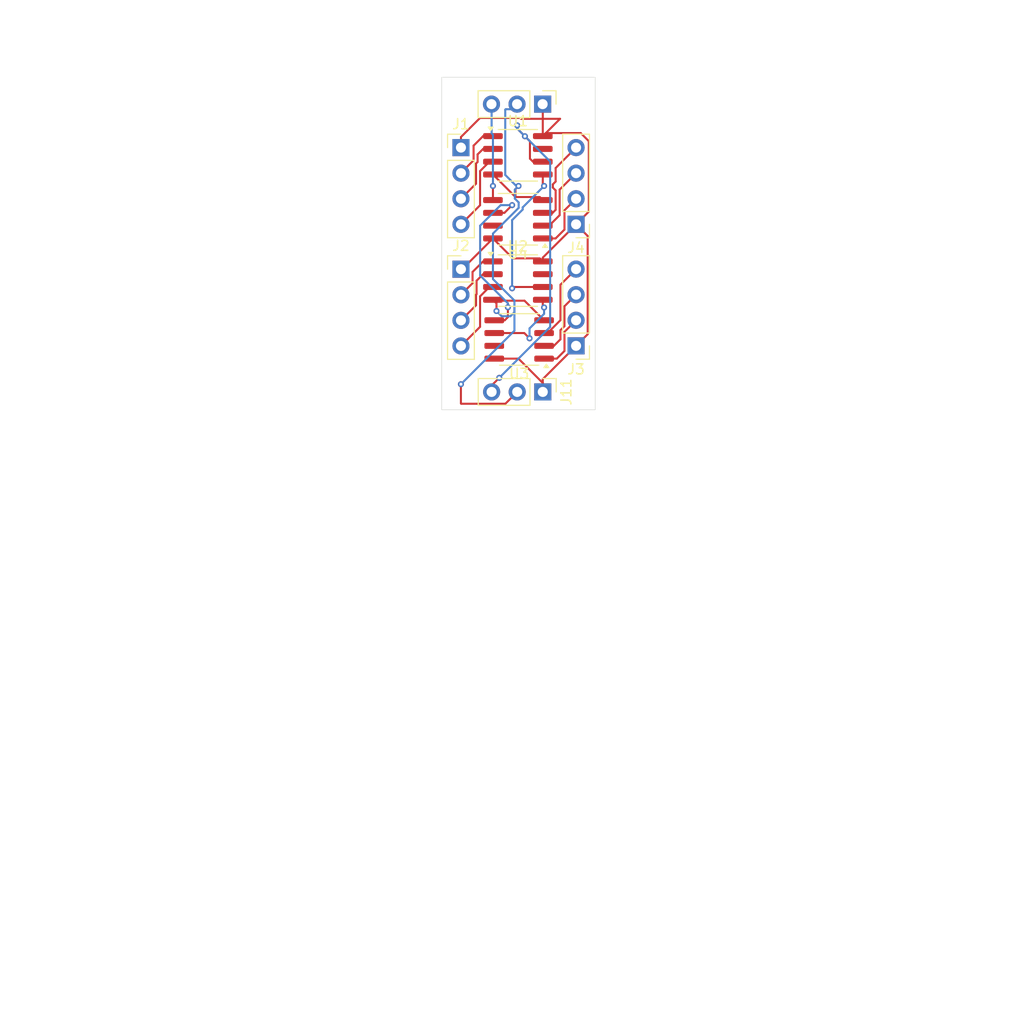
<source format=kicad_pcb>
(kicad_pcb (version 20241229) (generator "pcbnew") (generator_version "9.0")
  (layers (0 "F.Cu" signal) (2 "B.Cu" signal) (13 "F.Paste" user) (15 "B.Paste" user) (5 "F.SilkS" user "F.Silkscreen") (7 "B.SilkS" user "B.Silkscreen") (1 "F.Mask" user) (3 "B.Mask" user) (25 "Edge.Cuts" user))
  (net 0 "")
  (net 1 "VLED")
  (net 2 "Net-(J1-Pin_2)")
  (net 3 "Net-(J1-Pin_3)")
  (net 4 "Net-(J2-Pin_3)")
  (net 5 "Net-(J2-Pin_2)")
  (net 6 "Net-(J3-Pin_3)")
  (net 7 "Net-(J3-Pin_2)")
  (net 8 "Net-(J4-Pin_2)")
  (net 9 "Net-(J4-Pin_3)")
  (net 10 "MainDOUT")
  (net 11 "MainDIN")
  (net 12 "GND")
  (net 14 "Net-(U1-DO)")
  (net 16 "Net-(U2-DO)")
  (net 18 "Net-(U3-DO)")
  (net 20 "Net-(J1-Pin_4)")
  (net 21 "Net-(J2-Pin_4)")
  (net 22 "Net-(J3-Pin_4)")
  (net 23 "Net-(J4-Pin_4)")
  (footprint "Package_SO:SOIC-8_3.9x4.9mm_P1.27mm" (layer "F.Cu") (at 152.97 72.52 180)
    (property "Reference" "U4" (at 0 -3.4 180) (layer "F.SilkS"))
    (property "Value" "WS2811")
    (fp_line (start 0 2.56) (end 1.95 2.56) (stroke (width 0.12)) (layer "F.SilkS"))
    (fp_line (start 0 2.56) (end -1.95 2.56) (stroke (width 0.12)) (layer "F.SilkS"))
    (fp_line (start 0 -2.56) (end 1.95 -2.56) (stroke (width 0.12)) (layer "F.SilkS"))
    (fp_line (start 0 -2.56) (end -1.95 -2.56) (stroke (width 0.12)) (layer "F.SilkS"))
    (fp_poly (pts (xy -2.7 -2.465) (xy -2.94 -2.795) (xy -2.46 -2.795) (xy -2.7 -2.465)) (stroke (width 0.12)) (fill yes) (layer "F.SilkS"))
    (pad "1" smd roundrect (at -2.475 -1.905 180) (size 1.95 0.6) (layers "F.Cu" "F.Mask" "F.Paste") (net 8 "Net-(J4-Pin_2)"))
    (pad "2" smd roundrect (at -2.475 -0.635 180) (size 1.95 0.6) (layers "F.Cu" "F.Mask" "F.Paste") (net 9 "Net-(J4-Pin_3)"))
    (pad "3" smd roundrect (at -2.475 0.635 180) (size 1.95 0.6) (layers "F.Cu" "F.Mask" "F.Paste") (net 23 "Net-(J4-Pin_4)"))
    (pad "4" smd roundrect (at -2.475 1.905 180) (size 1.95 0.6) (layers "F.Cu" "F.Mask" "F.Paste") (net 12 "GND"))
    (pad "5" smd roundrect (at 2.475 1.905 180) (size 1.95 0.6) (layers "F.Cu" "F.Mask" "F.Paste") (net 10 "MainDOUT"))
    (pad "6" smd roundrect (at 2.475 0.635 180) (size 1.95 0.6) (layers "F.Cu" "F.Mask" "F.Paste") (net 18 "Net-(U3-DO)"))
    (pad "7" smd roundrect (at 2.475 -0.635 180) (size 1.95 0.6) (layers "F.Cu" "F.Mask" "F.Paste"))
    (pad "8" smd roundrect (at 2.475 -1.905 180) (size 1.95 0.6) (layers "F.Cu" "F.Mask" "F.Paste") (net 1 "VLED"))
  )
  (footprint "Connector_PinHeader_2.54mm:PinHeader_1x04_P2.54mm_Vertical" (layer "F.Cu") (at 158.75 73.025 180)
    (property "Reference" "J4" (at 0 -2.33 0) (layer "F.SilkS"))
    (property "Value" "Conn_01x04_Pin")
    (fp_line (start 1.33 1.27) (end 1.33 8.95) (stroke (width 0.12)) (layer "F.SilkS"))
    (fp_line (start -1.33 8.95) (end 1.33 8.95) (stroke (width 0.12)) (layer "F.SilkS"))
    (fp_line (start -1.33 1.27) (end 1.33 1.27) (stroke (width 0.12)) (layer "F.SilkS"))
    (fp_line (start -1.33 1.27) (end -1.33 8.95) (stroke (width 0.12)) (layer "F.SilkS"))
    (fp_line (start -1.33 0) (end -1.33 -1.33) (stroke (width 0.12)) (layer "F.SilkS"))
    (fp_line (start -1.33 -1.33) (end 0 -1.33) (stroke (width 0.12)) (layer "F.SilkS"))
    (pad "1" thru_hole rect (at 0 0 180) (size 1.7 1.7) (drill 1) (layers "*.Cu" "*.Mask") (net 1 "VLED"))
    (pad "2" thru_hole oval (at 0 2.54 180) (size 1.7 1.7) (drill 1) (layers "*.Cu" "*.Mask") (net 8 "Net-(J4-Pin_2)"))
    (pad "3" thru_hole oval (at 0 5.08 180) (size 1.7 1.7) (drill 1) (layers "*.Cu" "*.Mask") (net 9 "Net-(J4-Pin_3)"))
    (pad "4" thru_hole oval (at 0 7.62 180) (size 1.7 1.7) (drill 1) (layers "*.Cu" "*.Mask") (net 23 "Net-(J4-Pin_4)"))
  )
  (footprint "Connector_PinHeader_2.54mm:PinHeader_1x04_P2.54mm_Vertical" (layer "F.Cu") (at 147.32 65.405)
    (property "Reference" "J1" (at 0 -2.33 0) (layer "F.SilkS"))
    (property "Value" "Conn_01x04_Pin")
    (fp_line (start -1.33 -1.33) (end 0 -1.33) (stroke (width 0.12)) (layer "F.SilkS"))
    (fp_line (start -1.33 0) (end -1.33 -1.33) (stroke (width 0.12)) (layer "F.SilkS"))
    (fp_line (start -1.33 1.27) (end -1.33 8.95) (stroke (width 0.12)) (layer "F.SilkS"))
    (fp_line (start -1.33 1.27) (end 1.33 1.27) (stroke (width 0.12)) (layer "F.SilkS"))
    (fp_line (start -1.33 8.95) (end 1.33 8.95) (stroke (width 0.12)) (layer "F.SilkS"))
    (fp_line (start 1.33 1.27) (end 1.33 8.95) (stroke (width 0.12)) (layer "F.SilkS"))
    (pad "1" thru_hole rect (at 0 0) (size 1.7 1.7) (drill 1) (layers "*.Cu" "*.Mask") (net 1 "VLED"))
    (pad "2" thru_hole oval (at 0 2.54) (size 1.7 1.7) (drill 1) (layers "*.Cu" "*.Mask") (net 2 "Net-(J1-Pin_2)"))
    (pad "3" thru_hole oval (at 0 5.08) (size 1.7 1.7) (drill 1) (layers "*.Cu" "*.Mask") (net 3 "Net-(J1-Pin_3)"))
    (pad "4" thru_hole oval (at 0 7.62) (size 1.7 1.7) (drill 1) (layers "*.Cu" "*.Mask") (net 20 "Net-(J1-Pin_4)"))
  )
  (footprint "Connector_PinHeader_2.54mm:PinHeader_1x04_P2.54mm_Vertical" (layer "F.Cu") (at 147.32 77.48)
    (property "Reference" "J2" (at 0 -2.33 0) (layer "F.SilkS"))
    (property "Value" "Conn_01x04_Pin")
    (fp_line (start -1.33 -1.33) (end 0 -1.33) (stroke (width 0.12)) (layer "F.SilkS"))
    (fp_line (start -1.33 0) (end -1.33 -1.33) (stroke (width 0.12)) (layer "F.SilkS"))
    (fp_line (start -1.33 1.27) (end -1.33 8.95) (stroke (width 0.12)) (layer "F.SilkS"))
    (fp_line (start -1.33 1.27) (end 1.33 1.27) (stroke (width 0.12)) (layer "F.SilkS"))
    (fp_line (start -1.33 8.95) (end 1.33 8.95) (stroke (width 0.12)) (layer "F.SilkS"))
    (fp_line (start 1.33 1.27) (end 1.33 8.95) (stroke (width 0.12)) (layer "F.SilkS"))
    (pad "1" thru_hole rect (at 0 0) (size 1.7 1.7) (drill 1) (layers "*.Cu" "*.Mask") (net 1 "VLED"))
    (pad "2" thru_hole oval (at 0 2.54) (size 1.7 1.7) (drill 1) (layers "*.Cu" "*.Mask") (net 5 "Net-(J2-Pin_2)"))
    (pad "3" thru_hole oval (at 0 5.08) (size 1.7 1.7) (drill 1) (layers "*.Cu" "*.Mask") (net 4 "Net-(J2-Pin_3)"))
    (pad "4" thru_hole oval (at 0 7.62) (size 1.7 1.7) (drill 1) (layers "*.Cu" "*.Mask") (net 21 "Net-(J2-Pin_4)"))
  )
  (footprint "Connector_PinHeader_2.54mm:PinHeader_1x04_P2.54mm_Vertical" (layer "F.Cu") (at 158.75 85.09 180)
    (property "Reference" "J3" (at 0 -2.33 0) (layer "F.SilkS"))
    (property "Value" "Conn_01x04_Pin")
    (fp_line (start 1.33 1.27) (end 1.33 8.95) (stroke (width 0.12)) (layer "F.SilkS"))
    (fp_line (start -1.33 8.95) (end 1.33 8.95) (stroke (width 0.12)) (layer "F.SilkS"))
    (fp_line (start -1.33 1.27) (end 1.33 1.27) (stroke (width 0.12)) (layer "F.SilkS"))
    (fp_line (start -1.33 1.27) (end -1.33 8.95) (stroke (width 0.12)) (layer "F.SilkS"))
    (fp_line (start -1.33 0) (end -1.33 -1.33) (stroke (width 0.12)) (layer "F.SilkS"))
    (fp_line (start -1.33 -1.33) (end 0 -1.33) (stroke (width 0.12)) (layer "F.SilkS"))
    (pad "1" thru_hole rect (at 0 0 180) (size 1.7 1.7) (drill 1) (layers "*.Cu" "*.Mask") (net 1 "VLED"))
    (pad "2" thru_hole oval (at 0 2.54 180) (size 1.7 1.7) (drill 1) (layers "*.Cu" "*.Mask") (net 7 "Net-(J3-Pin_2)"))
    (pad "3" thru_hole oval (at 0 5.08 180) (size 1.7 1.7) (drill 1) (layers "*.Cu" "*.Mask") (net 6 "Net-(J3-Pin_3)"))
    (pad "4" thru_hole oval (at 0 7.62 180) (size 1.7 1.7) (drill 1) (layers "*.Cu" "*.Mask") (net 22 "Net-(J3-Pin_4)"))
  )
  (footprint "Package_SO:SOIC-8_3.9x4.9mm_P1.27mm" (layer "F.Cu") (at 152.97 66.17)
    (property "Reference" "U1" (at 0 -3.4 0) (layer "F.SilkS"))
    (property "Value" "WS2811")
    (fp_line (start 0 -2.56) (end -1.95 -2.56) (stroke (width 0.12)) (layer "F.SilkS"))
    (fp_line (start 0 -2.56) (end 1.95 -2.56) (stroke (width 0.12)) (layer "F.SilkS"))
    (fp_line (start 0 2.56) (end -1.95 2.56) (stroke (width 0.12)) (layer "F.SilkS"))
    (fp_line (start 0 2.56) (end 1.95 2.56) (stroke (width 0.12)) (layer "F.SilkS"))
    (fp_poly (pts (xy -2.7 -2.465) (xy -2.94 -2.795) (xy -2.46 -2.795) (xy -2.7 -2.465)) (stroke (width 0.12)) (fill yes) (layer "F.SilkS"))
    (pad "1" smd roundrect (at -2.475 -1.905) (size 1.95 0.6) (layers "F.Cu" "F.Mask" "F.Paste") (net 2 "Net-(J1-Pin_2)"))
    (pad "2" smd roundrect (at -2.475 -0.635) (size 1.95 0.6) (layers "F.Cu" "F.Mask" "F.Paste") (net 3 "Net-(J1-Pin_3)"))
    (pad "3" smd roundrect (at -2.475 0.635) (size 1.95 0.6) (layers "F.Cu" "F.Mask" "F.Paste") (net 20 "Net-(J1-Pin_4)"))
    (pad "4" smd roundrect (at -2.475 1.905) (size 1.95 0.6) (layers "F.Cu" "F.Mask" "F.Paste") (net 12 "GND"))
    (pad "5" smd roundrect (at 2.475 1.905) (size 1.95 0.6) (layers "F.Cu" "F.Mask" "F.Paste") (net 14 "Net-(U1-DO)"))
    (pad "6" smd roundrect (at 2.475 0.635) (size 1.95 0.6) (layers "F.Cu" "F.Mask" "F.Paste") (net 11 "MainDIN"))
    (pad "7" smd roundrect (at 2.475 -0.635) (size 1.95 0.6) (layers "F.Cu" "F.Mask" "F.Paste"))
    (pad "8" smd roundrect (at 2.475 -1.905) (size 1.95 0.6) (layers "F.Cu" "F.Mask" "F.Paste") (net 1 "VLED"))
  )
  (footprint "Package_SO:SOIC-8_3.9x4.9mm_P1.27mm" (layer "F.Cu") (at 152.97 78.61)
    (property "Reference" "U2" (at 0 -3.4 0) (layer "F.SilkS"))
    (property "Value" "WS2811")
    (fp_line (start 0 -2.56) (end -1.95 -2.56) (stroke (width 0.12)) (layer "F.SilkS"))
    (fp_line (start 0 -2.56) (end 1.95 -2.56) (stroke (width 0.12)) (layer "F.SilkS"))
    (fp_line (start 0 2.56) (end -1.95 2.56) (stroke (width 0.12)) (layer "F.SilkS"))
    (fp_line (start 0 2.56) (end 1.95 2.56) (stroke (width 0.12)) (layer "F.SilkS"))
    (fp_poly (pts (xy -2.7 -2.465) (xy -2.94 -2.795) (xy -2.46 -2.795) (xy -2.7 -2.465)) (stroke (width 0.12)) (fill yes) (layer "F.SilkS"))
    (pad "1" smd roundrect (at -2.475 -1.905) (size 1.95 0.6) (layers "F.Cu" "F.Mask" "F.Paste") (net 5 "Net-(J2-Pin_2)"))
    (pad "2" smd roundrect (at -2.475 -0.635) (size 1.95 0.6) (layers "F.Cu" "F.Mask" "F.Paste") (net 4 "Net-(J2-Pin_3)"))
    (pad "3" smd roundrect (at -2.475 0.635) (size 1.95 0.6) (layers "F.Cu" "F.Mask" "F.Paste") (net 21 "Net-(J2-Pin_4)"))
    (pad "4" smd roundrect (at -2.475 1.905) (size 1.95 0.6) (layers "F.Cu" "F.Mask" "F.Paste") (net 12 "GND"))
    (pad "5" smd roundrect (at 2.475 1.905) (size 1.95 0.6) (layers "F.Cu" "F.Mask" "F.Paste") (net 16 "Net-(U2-DO)"))
    (pad "6" smd roundrect (at 2.475 0.635) (size 1.95 0.6) (layers "F.Cu" "F.Mask" "F.Paste") (net 14 "Net-(U1-DO)"))
    (pad "7" smd roundrect (at 2.475 -0.635) (size 1.95 0.6) (layers "F.Cu" "F.Mask" "F.Paste"))
    (pad "8" smd roundrect (at 2.475 -1.905) (size 1.95 0.6) (layers "F.Cu" "F.Mask" "F.Paste") (net 1 "VLED"))
  )
  (footprint "Connector_PinHeader_2.54mm:PinHeader_1x03_P2.54mm_Vertical" (layer "F.Cu") (at 155.43 61.09 -90)
    (property "Reference" "J12" (hide yes))
    (property "Value" "Conn_01x03_Pin")
    (fp_line (start -1.33 6.41) (end 1.33 6.41) (stroke (width 0.12)) (layer "F.SilkS"))
    (fp_line (start -1.33 1.27) (end -1.33 6.41) (stroke (width 0.12)) (layer "F.SilkS"))
    (fp_line (start -1.33 1.27) (end 1.33 1.27) (stroke (width 0.12)) (layer "F.SilkS"))
    (fp_line (start 1.33 1.27) (end 1.33 6.41) (stroke (width 0.12)) (layer "F.SilkS"))
    (fp_line (start -1.33 0) (end -1.33 -1.33) (stroke (width 0.12)) (layer "F.SilkS"))
    (fp_line (start -1.33 -1.33) (end 0 -1.33) (stroke (width 0.12)) (layer "F.SilkS"))
    (pad "1" thru_hole rect (at 0 0 270) (size 1.7 1.7) (drill 1) (layers "*.Cu" "*.Mask") (net 1 "VLED"))
    (pad "2" thru_hole oval (at 0 2.54 270) (size 1.7 1.7) (drill 1) (layers "*.Cu" "*.Mask") (net 12 "GND"))
    (pad "3" thru_hole oval (at 0 5.08 270) (size 1.7 1.7) (drill 1) (layers "*.Cu" "*.Mask") (net 10 "MainDOUT"))
  )
  (footprint "Package_SO:SOIC-8_3.9x4.9mm_P1.27mm" (layer "F.Cu") (at 153.1 84.455 180)
    (property "Reference" "U3" (at 0 -3.4 180) (layer "F.SilkS"))
    (property "Value" "WS2811")
    (fp_line (start 0 2.56) (end 1.95 2.56) (stroke (width 0.12)) (layer "F.SilkS"))
    (fp_line (start 0 2.56) (end -1.95 2.56) (stroke (width 0.12)) (layer "F.SilkS"))
    (fp_line (start 0 -2.56) (end 1.95 -2.56) (stroke (width 0.12)) (layer "F.SilkS"))
    (fp_line (start 0 -2.56) (end -1.95 -2.56) (stroke (width 0.12)) (layer "F.SilkS"))
    (fp_poly (pts (xy -2.7 -2.465) (xy -2.94 -2.795) (xy -2.46 -2.795) (xy -2.7 -2.465)) (stroke (width 0.12)) (fill yes) (layer "F.SilkS"))
    (pad "1" smd roundrect (at -2.475 -1.905 180) (size 1.95 0.6) (layers "F.Cu" "F.Mask" "F.Paste") (net 7 "Net-(J3-Pin_2)"))
    (pad "2" smd roundrect (at -2.475 -0.635 180) (size 1.95 0.6) (layers "F.Cu" "F.Mask" "F.Paste") (net 6 "Net-(J3-Pin_3)"))
    (pad "3" smd roundrect (at -2.475 0.635 180) (size 1.95 0.6) (layers "F.Cu" "F.Mask" "F.Paste") (net 22 "Net-(J3-Pin_4)"))
    (pad "4" smd roundrect (at -2.475 1.905 180) (size 1.95 0.6) (layers "F.Cu" "F.Mask" "F.Paste") (net 12 "GND"))
    (pad "5" smd roundrect (at 2.475 1.905 180) (size 1.95 0.6) (layers "F.Cu" "F.Mask" "F.Paste") (net 18 "Net-(U3-DO)"))
    (pad "6" smd roundrect (at 2.475 0.635 180) (size 1.95 0.6) (layers "F.Cu" "F.Mask" "F.Paste") (net 16 "Net-(U2-DO)"))
    (pad "7" smd roundrect (at 2.475 -0.635 180) (size 1.95 0.6) (layers "F.Cu" "F.Mask" "F.Paste"))
    (pad "8" smd roundrect (at 2.475 -1.905 180) (size 1.95 0.6) (layers "F.Cu" "F.Mask" "F.Paste") (net 1 "VLED"))
  )
  (footprint "Connector_PinHeader_2.54mm:PinHeader_1x03_P2.54mm_Vertical" (layer "F.Cu") (at 155.445 89.665 -90)
    (property "Reference" "J11" (at 0 -2.33 90) (layer "F.SilkS"))
    (property "Value" "Conn_01x03_Pin")
    (fp_line (start -1.33 6.41) (end 1.33 6.41) (stroke (width 0.12)) (layer "F.SilkS"))
    (fp_line (start -1.33 1.27) (end -1.33 6.41) (stroke (width 0.12)) (layer "F.SilkS"))
    (fp_line (start -1.33 1.27) (end 1.33 1.27) (stroke (width 0.12)) (layer "F.SilkS"))
    (fp_line (start 1.33 1.27) (end 1.33 6.41) (stroke (width 0.12)) (layer "F.SilkS"))
    (fp_line (start -1.33 0) (end -1.33 -1.33) (stroke (width 0.12)) (layer "F.SilkS"))
    (fp_line (start -1.33 -1.33) (end 0 -1.33) (stroke (width 0.12)) (layer "F.SilkS"))
    (pad "1" thru_hole rect (at 0 0 270) (size 1.7 1.7) (drill 1) (layers "*.Cu" "*.Mask") (net 1 "VLED"))
    (pad "2" thru_hole oval (at 0 2.54 270) (size 1.7 1.7) (drill 1) (layers "*.Cu" "*.Mask") (net 12 "GND"))
    (pad "3" thru_hole oval (at 0 5.08 270) (size 1.7 1.7) (drill 1) (layers "*.Cu" "*.Mask") (net 11 "MainDIN"))
  )
  (gr_rect (start 145.41 58.42) (end 160.65 91.44) (stroke (width 0.05)) (fill no) (layer "Edge.Cuts"))
  (segment (start 155.745 63.965) (end 159.215 63.965) (width 0.2) (layer "F.Cu") (net 1))
  (segment (start 157.1625 62.5475) (end 155.445 64.265) (width 0.2) (layer "F.Cu") (net 1))
  (segment (start 155.445 89.665) (end 155.445 88.395) (width 0.2) (layer "F.Cu") (net 1))
  (segment (start 155.445 88.395) (end 158.75 85.09) (width 0.2) (layer "F.Cu") (net 1))
  (segment (start 158.75 73.025) (end 159.901 74.176) (width 0.2) (layer "F.Cu") (net 1))
  (segment (start 147.32 65.405) (end 147.32 64.355) (width 0.2) (layer "F.Cu") (net 1))
  (segment (start 159.215 63.965) (end 160.015 64.765) (width 0.2) (layer "F.Cu") (net 1))
  (segment (start 159.901 74.176) (end 159.901 83.939) (width 0.2) (layer "F.Cu") (net 1))
  (segment (start 153.03 86.36) (end 150.625 86.36) (width 0.2) (layer "F.Cu") (net 1))
  (segment (start 152.474 76.404) (end 150.495 74.425) (width 0.2) (layer "F.Cu") (net 1))
  (segment (start 147.44 77.48) (end 150.495 74.425) (width 0.2) (layer "F.Cu") (net 1))
  (segment (start 155.445 89.665) (end 155.445 88.775) (width 0.2) (layer "F.Cu") (net 1))
  (segment (start 149.21 62.465) (end 153.195686 62.465) (width 0.2) (layer "F.Cu") (net 1))
  (segment (start 160.015 64.765) (end 160.015 71.76) (width 0.2) (layer "F.Cu") (net 1))
  (segment (start 155.445 76.705) (end 155.445 76.33) (width 0.2) (layer "F.Cu") (net 1))
  (segment (start 155.445 76.705) (end 155.144 76.404) (width 0.2) (layer "F.Cu") (net 1))
  (segment (start 159.901 83.939) (end 158.75 85.09) (width 0.2) (layer "F.Cu") (net 1))
  (segment (start 153.278186 62.5475) (end 157.1625 62.5475) (width 0.2) (layer "F.Cu") (net 1))
  (segment (start 155.144 76.404) (end 152.474 76.404) (width 0.2) (layer "F.Cu") (net 1))
  (segment (start 155.445 76.33) (end 158.75 73.025) (width 0.2) (layer "F.Cu") (net 1))
  (segment (start 160.015 71.76) (end 158.75 73.025) (width 0.2) (layer "F.Cu") (net 1))
  (segment (start 147.32 64.355) (end 149.21 62.465) (width 0.2) (layer "F.Cu") (net 1))
  (segment (start 155.445 64.265) (end 155.445 61.09) (width 0.2) (layer "F.Cu") (net 1))
  (segment (start 155.445 88.775) (end 153.03 86.36) (width 0.2) (layer "F.Cu") (net 1))
  (segment (start 153.195686 62.465) (end 153.278186 62.5475) (width 0.2) (layer "F.Cu") (net 1))
  (segment (start 155.445 64.265) (end 155.745 63.965) (width 0.2) (layer "F.Cu") (net 1))
  (segment (start 148.573 65.212001) (end 149.520001 64.265) (width 0.2) (layer "F.Cu") (net 2))
  (segment (start 148.573 66.667962) (end 148.573 65.212001) (width 0.2) (layer "F.Cu") (net 2))
  (segment (start 147.32 67.920962) (end 148.573 66.667962) (width 0.2) (layer "F.Cu") (net 2))
  (segment (start 149.520001 64.265) (end 150.495 64.265) (width 0.2) (layer "F.Cu") (net 2))
  (segment (start 148.973 66.082001) (end 149.520001 65.535) (width 0.2) (layer "F.Cu") (net 3))
  (segment (start 148.818 66.988648) (end 148.973 66.833647) (width 0.2) (layer "F.Cu") (net 3))
  (segment (start 147.32 70.485) (end 148.818 68.987) (width 0.2) (layer "F.Cu") (net 3))
  (segment (start 148.818 68.987) (end 148.818 66.988648) (width 0.2) (layer "F.Cu") (net 3))
  (segment (start 148.973 66.833647) (end 148.973 66.082001) (width 0.2) (layer "F.Cu") (net 3))
  (segment (start 149.520001 65.535) (end 150.495 65.535) (width 0.2) (layer "F.Cu") (net 3))
  (segment (start 148.819 81.061) (end 148.819 80.008346) (width 0.2) (layer "F.Cu") (net 4))
  (segment (start 148.872 78.623001) (end 149.520001 77.975) (width 0.2) (layer "F.Cu") (net 4))
  (segment (start 147.32 82.56) (end 148.819 81.061) (width 0.2) (layer "F.Cu") (net 4))
  (segment (start 148.819 80.008346) (end 148.872 79.955347) (width 0.2) (layer "F.Cu") (net 4))
  (segment (start 149.520001 77.975) (end 150.495 77.975) (width 0.2) (layer "F.Cu") (net 4))
  (segment (start 148.872 79.955347) (end 148.872 78.623001) (width 0.2) (layer "F.Cu") (net 4))
  (segment (start 148.471 78.869) (end 148.471 77.754001) (width 0.2) (layer "F.Cu") (net 5))
  (segment (start 148.471 77.754001) (end 149.520001 76.705) (width 0.2) (layer "F.Cu") (net 5))
  (segment (start 149.520001 76.705) (end 150.495 76.705) (width 0.2) (layer "F.Cu") (net 5))
  (segment (start 147.32 80.02) (end 148.471 78.869) (width 0.2) (layer "F.Cu") (net 5))
  (segment (start 157.599 83.1339) (end 157.198 83.5349) (width 0.2) (layer "F.Cu") (net 6))
  (segment (start 158.75 80.01) (end 157.599 81.161) (width 0.2) (layer "F.Cu") (net 6))
  (segment (start 155.575 85.09) (end 156.549999 85.09) (width 0.2) (layer "F.Cu") (net 6))
  (segment (start 157.198 83.5349) (end 157.198 84.441999) (width 0.2) (layer "F.Cu") (net 6))
  (segment (start 157.198 84.441999) (end 156.549999 85.09) (width 0.2) (layer "F.Cu") (net 6))
  (segment (start 157.599 81.161) (end 157.599 83.1339) (width 0.2) (layer "F.Cu") (net 6))
  (segment (start 157.599 85.596) (end 156.835 86.36) (width 0.2) (layer "F.Cu") (net 7))
  (segment (start 158.75 82.55) (end 157.599 83.701) (width 0.2) (layer "F.Cu") (net 7))
  (segment (start 157.599 83.701) (end 157.599 85.596) (width 0.2) (layer "F.Cu") (net 7))
  (segment (start 155.575 86.36) (end 156.835 86.36) (width 0.2) (layer "F.Cu") (net 7))
  (segment (start 156.715 74.425) (end 157.599 73.541) (width 0.2) (layer "F.Cu") (net 8))
  (segment (start 157.599 71.636) (end 158.75 70.485) (width 0.2) (layer "F.Cu") (net 8))
  (segment (start 155.445 74.425) (end 156.715 74.425) (width 0.2) (layer "F.Cu") (net 8))
  (segment (start 157.599 73.541) (end 157.599 71.636) (width 0.2) (layer "F.Cu") (net 8))
  (segment (start 157.121 69.574) (end 158.75 67.945) (width 0.2) (layer "F.Cu") (net 9))
  (segment (start 157.121 72.114) (end 156.08 73.155) (width 0.2) (layer "F.Cu") (net 9))
  (segment (start 157.121 69.574) (end 157.121 72.114) (width 0.2) (layer "F.Cu") (net 9))
  (segment (start 150.495 70.615) (end 150.495 69.215) (width 0.2) (layer "F.Cu") (net 10))
  (via (at 150.495 69.215) (size 0.6) (drill 0.3) (layers "F.Cu" "B.Cu") (net 10))
  (segment (start 150.495 69.215) (end 150.495 64.135) (width 0.2) (layer "B.Cu") (net 10))
  (segment (start 150.495 64.135) (end 150.365 64.005) (width 0.2) (layer "B.Cu") (net 10))
  (segment (start 150.365 64.005) (end 150.365 61.09) (width 0.2) (layer "B.Cu") (net 10))
  (segment (start 155.445 66.805) (end 154.470001 66.805) (width 0.2) (layer "F.Cu") (net 11))
  (segment (start 150.365 89.025) (end 151.125 88.265) (width 0.2) (layer "F.Cu") (net 11))
  (segment (start 154.169 66.503999) (end 154.169 64.779) (width 0.2) (layer "F.Cu") (net 11))
  (segment (start 154.169 64.779) (end 153.67 64.28) (width 0.2) (layer "F.Cu") (net 11))
  (segment (start 152.905 63.1975) (end 152.905 63.515) (width 0.2) (layer "F.Cu") (net 11))
  (segment (start 154.470001 66.805) (end 154.169 66.503999) (width 0.2) (layer "F.Cu") (net 11))
  (segment (start 152.905 63.515) (end 153.67 64.28) (width 0.2) (layer "F.Cu") (net 11))
  (via (at 152.905 63.1975) (size 0.6) (drill 0.3) (layers "F.Cu" "B.Cu") (net 11))
  (via (at 151.125 88.265) (size 0.6) (drill 0.3) (layers "F.Cu" "B.Cu") (net 11))
  (via (at 153.67 64.28) (size 0.6) (drill 0.3) (layers "F.Cu" "B.Cu") (net 11))
  (segment (start 156.176 83.214) (end 156.176 66.786) (width 0.2) (layer "B.Cu") (net 11))
  (segment (start 152.905 63.515) (end 152.905 63.1975) (width 0.2) (layer "B.Cu") (net 11))
  (segment (start 156.176 66.786) (end 153.67 64.28) (width 0.2) (layer "B.Cu") (net 11))
  (segment (start 153.67 64.28) (end 152.905 63.515) (width 0.2) (layer "B.Cu") (net 11))
  (segment (start 151.125 88.265) (end 156.176 83.214) (width 0.2) (layer "B.Cu") (net 11))
  (segment (start 152.734 70.314) (end 150.495 68.075) (width 0.2) (layer "F.Cu") (net 12))
  (segment (start 152.905 89.665) (end 151.731 90.839) (width 0.2) (layer "F.Cu") (net 12))
  (segment (start 150.495 80.515) (end 150.846136 80.866136) (width 0.2) (layer "F.Cu") (net 12))
  (segment (start 153.633092 80.608092) (end 151.563091 80.608092) (width 0.2) (layer "F.Cu") (net 12))
  (segment (start 151.469999 80.515) (end 150.495 80.515) (width 0.2) (layer "F.Cu") (net 12))
  (segment (start 151.563091 80.608092) (end 151.469999 80.515) (width 0.2) (layer "F.Cu") (net 12))
  (segment (start 147.315 90.805) (end 147.315 88.9) (width 0.2) (layer "F.Cu") (net 12))
  (segment (start 147.349 90.839) (end 151.731 90.839) (width 0.2) (layer "F.Cu") (net 12))
  (segment (start 152.734 69.516) (end 153.035 69.215) (width 0.2) (layer "F.Cu") (net 12))
  (segment (start 155.445 70.615) (end 155.144 70.314) (width 0.2) (layer "F.Cu") (net 12))
  (segment (start 152.734 70.314) (end 152.734 69.516) (width 0.2) (layer "F.Cu") (net 12))
  (segment (start 147.349 90.839) (end 147.315 90.805) (width 0.2) (layer "F.Cu") (net 12))
  (segment (start 155.144 70.314) (end 152.734 70.314) (width 0.2) (layer "F.Cu") (net 12))
  (segment (start 155.575 82.55) (end 153.633092 80.608092) (width 0.2) (layer "F.Cu") (net 12))
  (segment (start 150.846136 80.866136) (end 150.846136 81.631136) (width 0.2) (layer "F.Cu") (net 12))
  (via (at 150.846136 81.631136) (size 0.6) (drill 0.3) (layers "F.Cu" "B.Cu") (net 12))
  (via (at 153.035 69.215) (size 0.6) (drill 0.3) (layers "F.Cu" "B.Cu") (net 12))
  (via (at 147.315 88.9) (size 0.6) (drill 0.3) (layers "F.Cu" "B.Cu") (net 12))
  (segment (start 153.035 69.215) (end 152.813 69.215) (width 0.2) (layer "B.Cu") (net 12))
  (segment (start 152.229315 82.15) (end 151.365 82.15) (width 0.2) (layer "B.Cu") (net 12))
  (segment (start 152.813 69.215) (end 151.719 68.121) (width 0.2) (layer "B.Cu") (net 12))
  (segment (start 150.495 78.455761) (end 152.63 80.590761) (width 0.2) (layer "B.Cu") (net 12))
  (segment (start 152.63 81.28) (end 152.63 81.749315) (width 0.2) (layer "B.Cu") (net 12))
  (segment (start 151.765 61.595) (end 152.4 61.595) (width 0.2) (layer "B.Cu") (net 12))
  (segment (start 153.035 69.215) (end 152.669239 69.580761) (width 0.2) (layer "B.Cu") (net 12))
  (segment (start 152.63 81.749315) (end 152.229315 82.15) (width 0.2) (layer "B.Cu") (net 12))
  (segment (start 151.719 61.641) (end 151.765 61.595) (width 0.2) (layer "B.Cu") (net 12))
  (segment (start 151.365 82.15) (end 150.846136 81.631136) (width 0.2) (layer "B.Cu") (net 12))
  (segment (start 152.669239 70.47) (end 153.05 70.850761) (width 0.2) (layer "B.Cu") (net 12))
  (segment (start 152.63 83.585) (end 152.63 81.28) (width 0.2) (layer "B.Cu") (net 12))
  (segment (start 153.05 71.389239) (end 150.495 73.944239) (width 0.2) (layer "B.Cu") (net 12))
  (segment (start 147.315 88.9) (end 152.63 83.585) (width 0.2) (layer "B.Cu") (net 12))
  (segment (start 152.63 80.590761) (end 152.63 81.28) (width 0.2) (layer "B.Cu") (net 12))
  (segment (start 150.495 73.944239) (end 150.495 78.455761) (width 0.2) (layer "B.Cu") (net 12))
  (segment (start 152.669239 69.580761) (end 152.669239 70.47) (width 0.2) (layer "B.Cu") (net 12))
  (segment (start 153.05 70.850761) (end 153.05 71.389239) (width 0.2) (layer "B.Cu") (net 12))
  (segment (start 151.719 68.121) (end 151.719 61.641) (width 0.2) (layer "B.Cu") (net 12))
  (segment (start 155.445 69.085) (end 155.575 69.215) (width 0.2) (layer "F.Cu") (net 14))
  (segment (start 152.53 79.245) (end 152.4 79.375) (width 0.2) (layer "F.Cu") (net 14))
  (segment (start 155.445 68.075) (end 155.445 69.085) (width 0.2) (layer "F.Cu") (net 14))
  (segment (start 155.445 79.245) (end 152.53 79.245) (width 0.2) (layer "F.Cu") (net 14))
  (via (at 152.4 79.375) (size 0.6) (drill 0.3) (layers "F.Cu" "B.Cu") (net 14))
  (via (at 155.575 69.215) (size 0.6) (drill 0.3) (layers "F.Cu" "B.Cu") (net 14))
  (segment (start 155.575 69.215) (end 153.45 71.34) (width 0.2) (layer "B.Cu") (net 14))
  (segment (start 153.45 71.34) (end 153.45 71.554925) (width 0.2) (layer "B.Cu") (net 14))
  (segment (start 153.45 71.554925) (end 152.4 72.604925) (width 0.2) (layer "B.Cu") (net 14))
  (segment (start 152.4 72.604925) (end 152.4 79.375) (width 0.2) (layer "B.Cu") (net 14))
  (segment (start 150.625 83.82) (end 153.607322 83.82) (width 0.2) (layer "F.Cu") (net 16))
  (segment (start 153.607322 83.82) (end 154.129041 84.341719) (width 0.2) (layer "F.Cu") (net 16))
  (segment (start 155.445 81.15) (end 155.575 81.28) (width 0.2) (layer "F.Cu") (net 16))
  (segment (start 155.445 80.515) (end 155.445 81.15) (width 0.2) (layer "F.Cu") (net 16))
  (via (at 155.575 81.28) (size 0.6) (drill 0.3) (layers "F.Cu" "B.Cu") (net 16))
  (via (at 154.129041 84.341719) (size 0.6) (drill 0.3) (layers "F.Cu" "B.Cu") (net 16))
  (segment (start 154.129041 83.360959) (end 154.129041 84.341719) (width 0.2) (layer "B.Cu") (net 16))
  (segment (start 155.575 81.915) (end 154.129041 83.360959) (width 0.2) (layer "B.Cu") (net 16))
  (segment (start 155.575 81.28) (end 155.575 81.915) (width 0.2) (layer "B.Cu") (net 16))
  (segment (start 151.669376 82.55) (end 151.98 82.239376) (width 0.2) (layer "F.Cu") (net 18))
  (segment (start 150.495 71.885) (end 151.635 71.885) (width 0.2) (layer "F.Cu") (net 18))
  (segment (start 151.635 71.885) (end 152.4 71.12) (width 0.2) (layer "F.Cu") (net 18))
  (segment (start 150.625 82.55) (end 151.669376 82.55) (width 0.2) (layer "F.Cu") (net 18))
  (segment (start 151.98 82.239376) (end 151.98 81.258092) (width 0.2) (layer "F.Cu") (net 18))
  (via (at 151.98 81.258092) (size 0.6) (drill 0.3) (layers "F.Cu" "B.Cu") (net 18))
  (via (at 152.4 71.12) (size 0.6) (drill 0.3) (layers "F.Cu" "B.Cu") (net 18))
  (segment (start 149.225 78.105) (end 151.98 80.86) (width 0.2) (layer "B.Cu") (net 18))
  (segment (start 149.225 73.15739) (end 149.225 78.105) (width 0.2) (layer "B.Cu") (net 18))
  (segment (start 152.4 71.12) (end 151.26239 71.12) (width 0.2) (layer "B.Cu") (net 18))
  (segment (start 151.26239 71.12) (end 149.225 73.15739) (width 0.2) (layer "B.Cu") (net 18))
  (segment (start 151.98 80.86) (end 151.98 81.258092) (width 0.2) (layer "B.Cu") (net 18))
  (segment (start 149.219 71.126) (end 149.219 67.734032) (width 0.2) (layer "F.Cu") (net 20))
  (segment (start 149.219 67.734032) (end 150.148032 66.805) (width 0.2) (layer "F.Cu") (net 20))
  (segment (start 147.32 73.025) (end 149.219 71.126) (width 0.2) (layer "F.Cu") (net 20))
  (segment (start 147.32 85.1) (end 149.219 83.201) (width 0.2) (layer "F.Cu") (net 21))
  (segment (start 149.219 80.174032) (end 150.148032 79.245) (width 0.2) (layer "F.Cu") (net 21))
  (segment (start 149.219 83.201) (end 149.219 80.174032) (width 0.2) (layer "F.Cu") (net 21))
  (segment (start 155.921968 83.82) (end 157.198 82.543968) (width 0.2) (layer "F.Cu") (net 22))
  (segment (start 157.198 82.543968) (end 157.198 79.022) (width 0.2) (layer "F.Cu") (net 22))
  (segment (start 157.198 79.022) (end 158.75 77.47) (width 0.2) (layer "F.Cu") (net 22))
  (segment (start 158.75 65.405) (end 156.721 67.434) (width 0.2) (layer "F.Cu") (net 23))
  (segment (start 156.445 69.049314) (end 156.721 68.773314) (width 0.2) (layer "F.Cu") (net 23))
  (segment (start 155.445 71.885) (end 156.419999 71.885) (width 0.2) (layer "F.Cu") (net 23))
  (segment (start 156.445 69.380686) (end 156.445 69.049314) (width 0.2) (layer "F.Cu") (net 23))
  (segment (start 156.721 69.656686) (end 156.445 69.380686) (width 0.2) (layer "F.Cu") (net 23))
  (segment (start 156.721 68.773314) (end 156.721 67.434) (width 0.2) (layer "F.Cu") (net 23))
  (segment (start 156.721 71.583999) (end 156.721 69.656686) (width 0.2) (layer "F.Cu") (net 23))
  (segment (start 156.419999 71.885) (end 156.721 71.583999) (width 0.2) (layer "F.Cu") (net 23))
)
</source>
